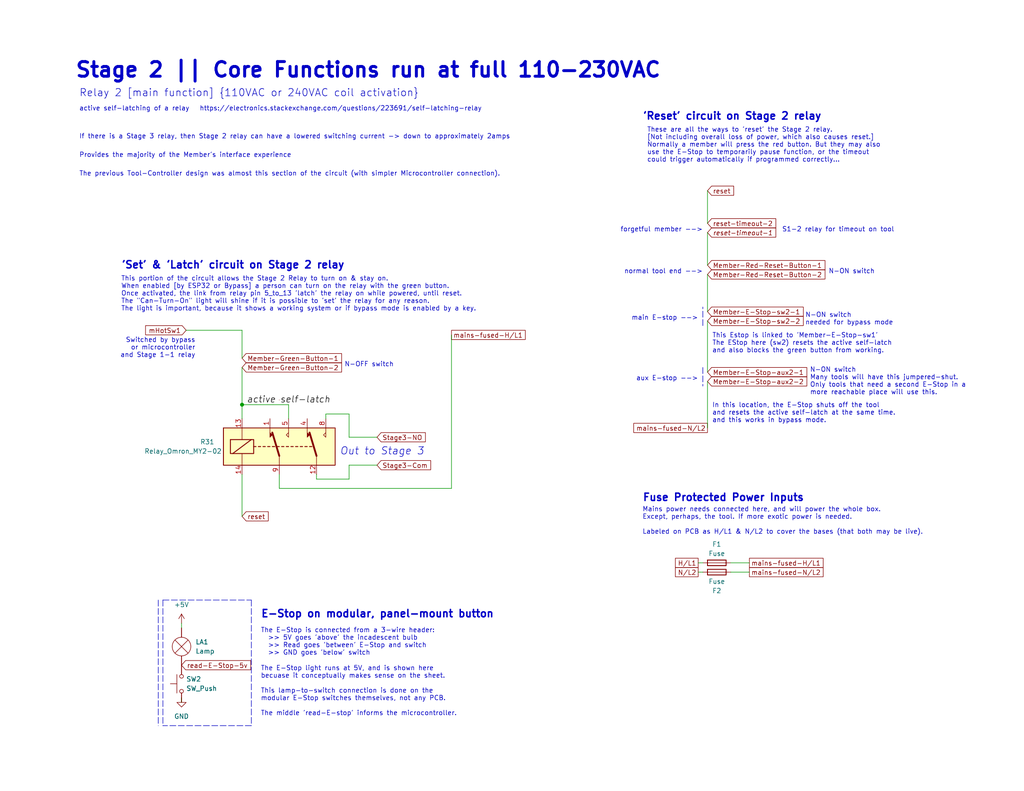
<source format=kicad_sch>
(kicad_sch (version 20211123) (generator eeschema)
  (paper "USLetter")
  (title_block (title "Stage 2 | Core 'Active Self-Latching' relay") (date "2022-10-09") (rev "3") (company "Corey Rice & MakeHaven") (comment 1 "Once activated, relay holds itself open with power ") (comment 2 "Can be interrupted by E-Stops or the S1/'reset' relay") (comment 3 "Fuses added to power inputs, to protect board from improper wiring") (comment 4 "E-Stop low voltage light & switch logic shown for reference"))
  (lib_symbols
    (symbol "Device:Fuse" (pin_numbers hide) (pin_names (offset 0))
      (property "Reference" "F" (at 2.032 0 90))
      (property "Value" "Fuse" (at -1.905 0 90))
      (symbol "Fuse_0_1"
        (rectangle (start -0.762 -2.54) (end 0.762 2.54) (stroke (width 0.254)))
        (polyline (pts (xy 0 2.54) (xy 0 -2.54)))
      )
      (symbol "Fuse_1_1"
        (pin passive line (at 0 3.81 270) (length 1.27) (name "~") (number "1"))
        (pin passive line (at 0 -3.81 90) (length 1.27) (name "~") (number "2"))
      )
    )
    (symbol "Device:Lamp" (pin_numbers hide) (pin_names (offset 0.0254) hide)
      (property "Reference" "LA" (at 0.635 3.81 0))
      (property "Value" "Lamp" (at 0.635 -3.81 0))
      (symbol "Lamp_0_1"
        (polyline (pts (xy -1.778 1.778) (xy 1.778 -1.778)))
        (polyline (pts (xy 1.778 1.778) (xy -1.778 -1.778)))
        (circle (center 0 0) (radius 2.54))
      )
      (symbol "Lamp_1_1"
        (pin passive line (at 0 -5.08 90) (length 2.54) (name "-") (number "1"))
        (pin passive line (at 0 5.08 270) (length 2.54) (name "+") (number "2"))
      )
    )
    (symbol "Relay_Omron-MY2-02:Relay_Omron_MY2-02"
      (property "Reference" "R" (at 19.05 1.27 0))
      (property "Value" "Relay_Omron_MY2-02" (at 27.94 -1.27 0))
      (symbol "Relay_Omron_MY2-02_0_1"
        (rectangle (start -13.97 5.08) (end 16.51 -5.08) (stroke (width 0.254)) (fill (type background)))
        (rectangle (start -12.065 1.905) (end -5.715 -1.905) (stroke (width 0.254)))
        (polyline (pts (xy -11.43 -1.905) (xy -6.35 1.905)) (stroke (width 0.254)))
        (polyline (pts (xy -8.89 -5.08) (xy -8.89 -1.905)))
        (polyline (pts (xy -8.89 5.08) (xy -8.89 1.905)))
        (polyline (pts (xy -5.715 0) (xy -5.08 0)) (stroke (width 0.254)))
        (polyline (pts (xy -4.445 0) (xy -3.81 0)) (stroke (width 0.254)))
        (polyline (pts (xy -3.175 0) (xy -2.54 0)) (stroke (width 0.254)))
        (polyline (pts (xy -1.905 0) (xy -1.27 0)) (stroke (width 0.254)))
        (polyline (pts (xy -0.635 0) (xy 0 0)) (stroke (width 0.254)))
        (polyline (pts (xy 0.635 0) (xy 1.27 0)) (stroke (width 0.254)))
        (polyline (pts (xy 1.27 -2.54) (xy -0.635 3.81)) (stroke (width 0.508)))
        (polyline (pts (xy 1.27 -2.54) (xy 1.27 -5.08)))
        (polyline (pts (xy 1.905 0) (xy 2.54 0)) (stroke (width 0.254)))
        (polyline (pts (xy 3.175 0) (xy 3.81 0)) (stroke (width 0.254)))
        (polyline (pts (xy 4.445 0) (xy 5.08 0)) (stroke (width 0.254)))
        (polyline (pts (xy 5.715 0) (xy 6.35 0)) (stroke (width 0.254)))
        (polyline (pts (xy 6.985 0) (xy 7.62 0)) (stroke (width 0.254)))
        (polyline (pts (xy 8.255 0) (xy 8.89 0)) (stroke (width 0.254)))
        (polyline (pts (xy 9.525 0) (xy 10.16 0)) (stroke (width 0.254)))
        (polyline (pts (xy 11.43 -2.54) (xy 9.525 3.81)) (stroke (width 0.508)))
        (polyline (pts (xy 11.43 -2.54) (xy 11.43 -5.08)))
        (polyline (pts (xy -1.27 5.08) (xy -1.27 2.54) (xy -0.635 3.175) (xy -1.27 3.81)) (fill (type outline)))
        (polyline (pts (xy 3.81 5.08) (xy 3.81 2.54) (xy 3.175 3.175) (xy 3.81 3.81)))
        (polyline (pts (xy 8.89 5.08) (xy 8.89 2.54) (xy 9.525 3.175) (xy 8.89 3.81)) (fill (type outline)))
        (polyline (pts (xy 13.97 5.08) (xy 13.97 2.54) (xy 13.335 3.175) (xy 13.97 3.81)))
        (rectangle (start 1.27 12.7) (end 1.27 12.7))
      )
      (symbol "Relay_Omron_MY2-02_1_1"
        (pin bidirectional line (at -1.27 7.62 270) (length 2.54) (name "") (number "1"))
        (pin bidirectional line (at 11.43 -7.62 90) (length 2.54) (name "") (number "12"))
        (pin input line (at -8.89 7.62 270) (length 2.54) (name "") (number "13"))
        (pin input line (at -8.89 -7.62 90) (length 2.54) (name "") (number "14"))
        (pin bidirectional line (at 8.89 7.62 270) (length 2.54) (name "") (number "4"))
        (pin bidirectional line (at 3.81 7.62 270) (length 2.54) (name "") (number "5"))
        (pin bidirectional line (at 13.97 7.62 270) (length 2.54) (name "") (number "8"))
        (pin bidirectional line (at 1.27 -7.62 90) (length 2.54) (name "") (number "9"))
      )
    )
    (symbol "Switch:SW_Push" (pin_numbers hide) (pin_names (offset 1.016) hide)
      (property "Reference" "SW" (at 1.27 2.54 0))
      (property "Value" "SW_Push" (at 0 -1.524 0))
      (symbol "SW_Push_0_1"
        (circle (center -2.032 0) (radius 0.508))
        (polyline (pts (xy 0 1.27) (xy 0 3.048)))
        (polyline (pts (xy 2.54 1.27) (xy -2.54 1.27)))
        (circle (center 2.032 0) (radius 0.508))
        (pin passive line (at -5.08 0 0) (length 2.54) (name "1") (number "1"))
        (pin passive line (at 5.08 0 180) (length 2.54) (name "2") (number "2"))
      )
    )
    (symbol "power:+5V" (power) (pin_names (offset 0))
      (property "Value" "+5V" (at 0 3.556 0))
      (symbol "+5V_0_1"
        (polyline (pts (xy -0.762 1.27) (xy 0 2.54)))
        (polyline (pts (xy 0 0) (xy 0 2.54)))
        (polyline (pts (xy 0 2.54) (xy 0.762 1.27)))
      )
      (symbol "+5V_1_1"
        (pin power_in line (at 0 0 90) (length 0) hide (name "+5V") (number "1"))
      )
    )
    (symbol "power:GND" (power) (pin_names (offset 0))
      (property "Value" "GND" (at 0 -3.81 0))
      (symbol "GND_0_1"
        (polyline (pts (xy 0 0) (xy 0 -1.27) (xy 1.27 -1.27) (xy 0 -2.54) (xy -1.27 -1.27) (xy 0 -1.27)))
      )
      (symbol "GND_1_1"
        (pin power_in line (at 0 0 270) (length 0) hide (name "GND") (number "1"))
      )
    )
  )
  (junction (at 66.04 110.49))
  (wire (pts (xy 193.04 74.93) (xy 193.04 85.09)))
  (wire (pts (xy 123.19 133.35) (xy 76.2 133.35)))
  (wire (pts (xy 88.9 113.03) (xy 95.25 113.03)))
  (wire (pts (xy 95.25 130.81) (xy 95.25 127)))
  (wire (pts (xy 95.25 119.38) (xy 102.87 119.38)))
  (wire (pts (xy 66.04 100.33) (xy 66.04 110.49)))
  (polyline (pts (xy 68.58 198.12) (xy 44.45 198.12)))
  (wire (pts (xy 190.5 156.21) (xy 191.77 156.21)))
  (wire (pts (xy 50.8 90.17) (xy 66.04 90.17)))
  (wire (pts (xy 49.53 170.18) (xy 49.53 171.45)))
  (wire (pts (xy 66.04 129.54) (xy 66.04 140.97)))
  (wire (pts (xy 193.04 63.5) (xy 193.04 72.39)))
  (polyline (pts (xy 44.45 163.83) (xy 68.58 163.83)))
  (wire (pts (xy 88.9 114.3) (xy 88.9 113.03)))
  (wire (pts (xy 76.2 129.54) (xy 76.2 133.35)))
  (wire (pts (xy 95.25 127) (xy 102.87 127)))
  (wire (pts (xy 190.5 153.67) (xy 191.77 153.67)))
  (wire (pts (xy 193.04 87.63) (xy 193.04 101.6)))
  (polyline (pts (xy 43.18 163.83) (xy 43.18 198.12)))
  (wire (pts (xy 78.74 110.49) (xy 66.04 110.49)))
  (wire (pts (xy 95.25 113.03) (xy 95.25 119.38)))
  (wire (pts (xy 86.36 129.54) (xy 86.36 130.81)))
  (wire (pts (xy 199.39 156.21) (xy 204.47 156.21)))
  (polyline (pts (xy 191.77 100.33) (xy 191.77 105.41)))
  (polyline (pts (xy 191.77 88.9) (xy 191.77 83.82)))
  (wire (pts (xy 123.19 91.44) (xy 123.19 133.35)))
  (wire (pts (xy 66.04 97.79) (xy 66.04 90.17)))
  (wire (pts (xy 78.74 114.3) (xy 78.74 110.49)))
  (wire (pts (xy 193.04 104.14) (xy 193.04 116.84)))
  (polyline (pts (xy 68.58 163.83) (xy 68.58 198.12)))
  (wire (pts (xy 66.04 110.49) (xy 66.04 114.3)))
  (wire (pts (xy 49.53 191.77) (xy 49.53 190.5)))
  (wire (pts (xy 86.36 130.81) (xy 95.25 130.81)))
  (polyline (pts (xy 44.45 163.83) (xy 44.45 198.12)))
  (wire (pts (xy 199.39 153.67) (xy 204.47 153.67)))
  (wire (pts (xy 193.04 52.07) (xy 193.04 60.96)))
  (text "Switched by bypass\nor microcontroller\nand Stage 1-1 relay" (at 53.34 97.79 180) (effects (font (size 1.27 1.27)) (justify right bottom)))
  (text "The previous Tool-Controller design was almost this section of the circuit (with simpler Microcontroller connection)." (at 21.59 48.26 0) (effects (font (size 1.27 1.27)) (justify left bottom)))
  (text "Mains power needs connected here, and will power the whole box.\nExcept, perhaps, the tool. If more exotic power is needed.\n\nLabeled on PCB as H/L1 & N/L2 to cover the bases (that both may be live)." (at 175.26 146.05 0) (effects (font (size 1.27 1.27)) (justify left bottom)))
  (text "S1-2 relay for timeout on tool" (at 213.36 63.5 0) (effects (font (size 1.27 1.27)) (justify left bottom)))
  (text "'Reset' circuit on Stage 2 relay" (at 175.26 33.02 0) (effects (font (size 2 2) (thickness 0.4) bold) (justify left bottom)))
  (text "Stage 2 || Core Functions run at full 110-230VAC\n" (at 20.32 21.59 0) (effects (font (size 4 4) (thickness 0.8) bold) (justify left bottom)))
  (text "If there is a Stage 3 relay, then Stage 2 relay can have a lowered switching current -> down to approximately 2amps" (at 21.59 38.1 0) (effects (font (size 1.27 1.27)) (justify left bottom)))
  (text "The E-Stop light runs at 5V, and is shown here\nbecuase it conceptually makes sense on the sheet.\n\nThis lamp-to-switch connection is done on the \nmodular E-Stop switches themselves, not any PCB. \n\nThe middle 'read-E-stop' informs the microcontroller." (at 71.12 195.58 0) (effects (font (size 1.27 1.27)) (justify left bottom)))
  (text "N-ON switch" (at 226.06 74.93 0) (effects (font (size 1.27 1.27)) (justify left bottom)))
  (text "The E-Stop is connected from a 3-wire header:\n  >> 5V goes 'above' the incadescent bulb\n  >> Read goes 'between' E-Stop and switch\n  >> GND goes 'below' switch" (at 71.12 179.07 0) (effects (font (size 1.27 1.27)) (justify left bottom)))
  (text "N-OFF switch" (at 93.98 100.33 0) (effects (font (size 1.27 1.27)) (justify left bottom)))
  (text "N-ON switch\nneeded for bypass mode" (at 219.71 88.9 0) (effects (font (size 1.27 1.27)) (justify left bottom)))
  (text "E-Stop on modular, panel-mount button" (at 71.12 168.91 0) (effects (font (size 2 2) bold) (justify left bottom)))
  (text "aux E-stop -->" (at 190.5 104.14 180) (effects (font (size 1.27 1.27)) (justify right bottom)))
  (text "forgetful member -->" (at 191.77 63.5 180) (effects (font (size 1.27 1.27)) (justify right bottom)))
  (text "These are all the ways to 'reset' the Stage 2 relay. \n[Not including overall loss of power, which also causes reset.]\nNormally a member will press the red button. But they may also \nuse the E-Stop to temporarily pause function, or the timeout \ncould trigger automatically if programmed correctly..." (at 176.53 44.45 0) (effects (font (size 1.27 1.27)) (justify left bottom)))
  (text "This Estop is linked to 'Member-E-Stop-sw1'\nThe EStop here (sw2) resets the active self-latch\nand also blocks the green button from working." (at 194.31 96.52 0) (effects (font (size 1.27 1.27)) (justify left bottom)))
  (text "active self-latching of a relay   https://electronics.stackexchange.com/questions/223691/self-latching-relay" (at 21.59 30.48 0) (effects (font (size 1.27 1.27)) (justify left bottom)))
  (text "Fuse Protected Power Inputs" (at 175.26 137.16 0) (effects (font (size 2 2) (thickness 0.4) bold) (justify left bottom)))
  (text "'Set' & 'Latch' circuit on Stage 2 relay" (at 33.02 73.66 0) (effects (font (size 2 2) (thickness 0.4) bold) (justify left bottom)))
  (text "normal tool end -->" (at 191.77 74.93 180) (effects (font (size 1.27 1.27)) (justify right bottom)))
  (text "main E-stop -->" (at 190.5 87.63 180) (effects (font (size 1.27 1.27)) (justify right bottom)))
  (text "N-ON switch\nMany tools will have this jumpered-shut.\nOnly tools that need a second E-Stop in a\nmore reachable place will use this.\n" (at 220.98 107.95 0) (effects (font (size 1.27 1.27)) (justify left bottom)))
  (text "Relay 2 [main function] {110VAC or 240VAC coil activation} " (at 21.59 26.67 0) (effects (font (size 2 2)) (justify left bottom)))
  (text "In this location, the E-Stop shuts off the tool\nand resets the active self-latch at the same time.\nand this works in bypass mode." (at 194.31 115.57 0) (effects (font (size 1.27 1.27)) (justify left bottom)))
  (text "Out to Stage 3" (at 92.71 124.46 0) (effects (font (size 2 2) italic) (justify left bottom)))
  (text "Provides the majority of the Member's interface experience\n" (at 21.59 43.18 0) (effects (font (size 1.27 1.27)) (justify left bottom)))
  (text "This portion of the circuit allows the Stage 2 Relay to turn on & stay on.\nWhen enabled [by ESP32 or Bypass] a person can turn on the relay with the green button.\nOnce activated, the link from relay pin 5_to_13 'latch' the relay on while powered, until reset.\nThe \"Can-Turn-On\" light will shine if it is possible to 'set' the relay for any reason.\nThe light is important, because it shows a working system or if bypass mode is enabled by a key." (at 33.02 85.09 0) (effects (font (size 1.27 1.27)) (justify left bottom)))
  (label "active self-latch" (at 67.31 110.49 0) (effects (font (size 1.75 1.75) italic)))
  (global_label "Stage3-NO" (shape input) (at 102.87 119.38 0) (property "Intersheet References" "${INTERSHEET_REFS}" (effects hide)))
  (global_label "mHotSw1" (shape input) (at 50.8 90.17 180) (property "Intersheet References" "${INTERSHEET_REFS}" (effects hide)))
  (global_label "reset-timeout-2" (shape input) (at 193.04 60.96 0) (property "Intersheet References" "${INTERSHEET_REFS}" (effects hide)))
  (global_label "Member-E-Stop-sw2-1" (shape input) (at 193.04 85.09 0) (property "Intersheet References" "${INTERSHEET_REFS}" (effects hide)))
  (global_label "reset-timeout-1" (shape input) (at 193.04 63.5 0) (effects (font italic)) (property "Intersheet References" "${INTERSHEET_REFS}" (effects hide)))
  (global_label "reset" (shape input) (at 193.04 52.07 0) (property "Intersheet References" "${INTERSHEET_REFS}" (effects hide)))
  (global_label "N{slash}L2" (shape passive) (at 190.5 156.21 180) (property "Intersheet References" "${INTERSHEET_REFS}" (effects hide)))
  (global_label "reset" (shape input) (at 66.04 140.97 0) (property "Intersheet References" "${INTERSHEET_REFS}" (effects hide)))
  (global_label "mains-fused-H{slash}L1" (shape passive) (at 204.47 153.67 0) (property "Intersheet References" "${INTERSHEET_REFS}" (effects hide)))
  (global_label "mains-fused-N{slash}L2" (shape passive) (at 193.04 116.84 180) (property "Intersheet References" "${INTERSHEET_REFS}" (effects hide)))
  (global_label "Stage3-Com" (shape input) (at 102.87 127 0) (property "Intersheet References" "${INTERSHEET_REFS}" (effects hide)))
  (global_label "mains-fused-N{slash}L2" (shape passive) (at 204.47 156.21 0) (property "Intersheet References" "${INTERSHEET_REFS}" (effects hide)))
  (global_label "Member-E-Stop-aux2-1" (shape input) (at 193.04 101.6 0) (property "Intersheet References" "${INTERSHEET_REFS}" (effects hide)))
  (global_label "Member-Red-Reset-Button-2" (shape input) (at 193.04 74.93 0) (property "Intersheet References" "${INTERSHEET_REFS}" (effects hide)))
  (global_label "Member-E-Stop-sw2-2" (shape input) (at 193.04 87.63 0) (property "Intersheet References" "${INTERSHEET_REFS}" (effects hide)))
  (global_label "Member-Red-Reset-Button-1" (shape input) (at 193.04 72.39 0) (property "Intersheet References" "${INTERSHEET_REFS}" (effects hide)))
  (global_label "Member-Green-Button-1" (shape input) (at 66.04 97.79 0) (property "Intersheet References" "${INTERSHEET_REFS}" (effects hide)))
  (global_label "Member-E-Stop-aux2-2" (shape input) (at 193.04 104.14 0) (property "Intersheet References" "${INTERSHEET_REFS}" (effects hide)))
  (global_label "Member-Green-Button-2" (shape input) (at 66.04 100.33 0) (property "Intersheet References" "${INTERSHEET_REFS}" (effects hide)))
  (global_label "mains-fused-H{slash}L1" (shape passive) (at 123.19 91.44 0) (property "Intersheet References" "${INTERSHEET_REFS}" (effects hide)))
  (global_label "read-E-Stop-5v" (shape input) (at 49.53 181.61 0) (property "Intersheet References" "${INTERSHEET_REFS}" (effects hide)))
  (global_label "H{slash}L1" (shape passive) (at 190.5 153.67 180) (property "Intersheet References" "${INTERSHEET_REFS}" (effects hide)))
  (symbol (lib_id "Relay_Omron-MY2-02:Relay_Omron_MY2-02") (at 74.93 121.92 0) (unit 1)
    (property "Reference" "R31" (at 54.61 120.65 0) (effects (justify left)))
    (property "Value" "Relay_Omron_MY2-02" (at 39.37 123.19 0) (effects (justify left)))
    (property "Footprint" "MY2-02 AC110 Omron:relay-Omron-MY2-02" (effects hide))
  )
  (symbol (lib_id "Device:Fuse") (at 195.58 156.21 90) (unit 1)
    (property "Reference" "F2" (at 195.58 161.29 90))
    (property "Value" "Fuse" (at 195.58 158.75 90))
    (property "Footprint" "Fuse:Fuseholder_Cylinder-5x20mm_Stelvio-Kontek_PTF78_Horizontal_Open" (effects hide))
    (property "JLBPCB Part #" "C717030" (effects hide))
  )
  (symbol (lib_id "power:GND") (at 49.53 190.5 0) (unit 1)
    (property "Reference" "#PWR0163" (effects hide))
    (property "Value" "GND" (at 49.53 195.58 0))
  )
  (symbol (lib_id "Device:Fuse") (at 195.58 153.67 90) (unit 1)
    (property "Reference" "F1" (at 195.58 148.59 90))
    (property "Value" "Fuse" (at 195.58 151.13 90))
    (property "Footprint" "Fuse:Fuseholder_Cylinder-5x20mm_Stelvio-Kontek_PTF78_Horizontal_Open" (effects hide))
    (property "JLCPCB Part #" "C717030" (effects hide))
  )
  (symbol (lib_id "power:+5V") (at 49.53 170.18 0) (unit 1)
    (property "Reference" "#PWR0164" (effects hide))
    (property "Value" "+5V" (at 49.53 165.1 0))
  )
  (symbol (lib_id "Switch:SW_Push") (at 49.53 186.69 90) (unit 1) (in_bom no) (on_board no)
    (property "Reference" "SW2" (at 50.8 185.4199 90) (effects (justify right)))
    (property "Value" "SW_Push" (at 50.8 187.9599 90) (effects (justify right)))
  )
  (symbol (lib_id "Device:Lamp") (at 49.53 176.53 0) (unit 1) (in_bom no) (on_board no)
    (property "Reference" "LA1" (at 53.34 175.2599 0) (effects (justify left)))
    (property "Value" "Lamp" (at 53.34 177.7999 0) (effects (justify left)))
  )
)
</source>
